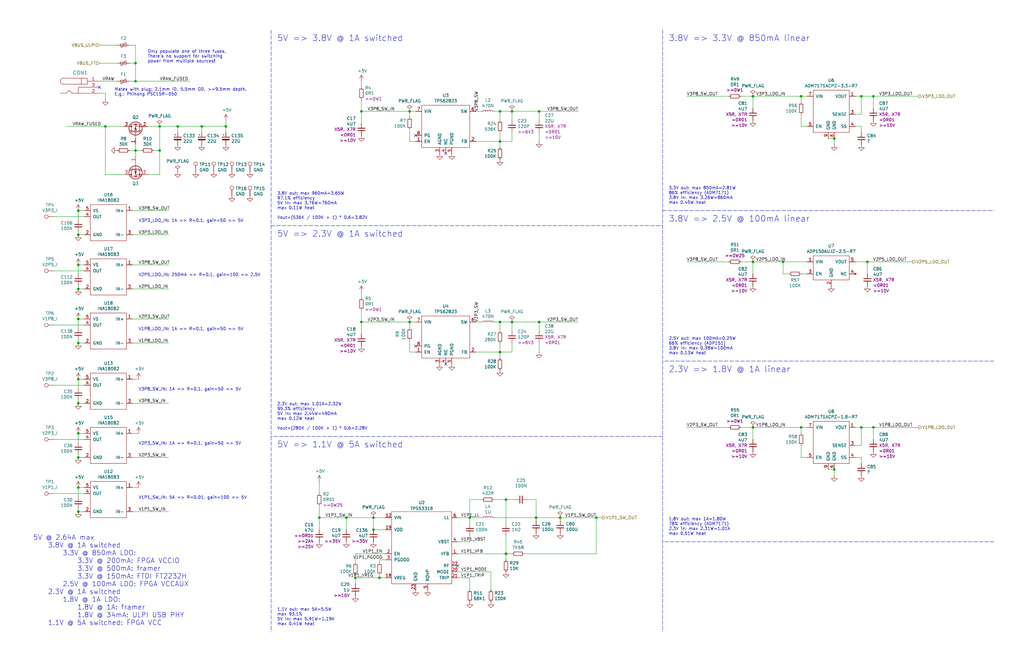
<source format=kicad_sch>
(kicad_sch (version 20210621) (generator eeschema)
  (paper "B")
  (title_block (title "Tedium X8") (date "2020-03-13") (rev "20200313") (company "ShareBrained Technology, Inc.") (comment 1 "Copyright (C) 2020 Jared Boone") (comment 2 "Licensed under CERN-OHL-P v2"))
  (junction (at 33.02 88.9) (diameter 0.9144))
  (junction (at 33.02 99.06) (diameter 0.9144))
  (junction (at 33.02 111.76) (diameter 0.9144))
  (junction (at 33.02 121.92) (diameter 0.9144))
  (junction (at 33.02 134.62) (diameter 0.9144))
  (junction (at 33.02 144.78) (diameter 0.9144))
  (junction (at 33.02 160.02) (diameter 0.9144))
  (junction (at 33.02 170.18) (diameter 0.9144))
  (junction (at 33.02 182.88) (diameter 0.9144))
  (junction (at 33.02 193.04) (diameter 0.9144))
  (junction (at 33.02 205.74) (diameter 0.9144))
  (junction (at 33.02 215.9) (diameter 0.9144))
  (junction (at 44.45 53.34) (diameter 0.9144))
  (junction (at 57.15 26.67) (diameter 0.9144))
  (junction (at 57.15 34.29) (diameter 0.9144))
  (junction (at 57.15 63.5) (diameter 0.9144))
  (junction (at 67.31 53.34) (diameter 0.9144))
  (junction (at 67.31 63.5) (diameter 0.9144))
  (junction (at 74.93 53.34) (diameter 0.9144))
  (junction (at 85.09 53.34) (diameter 0.9144))
  (junction (at 95.25 53.34) (diameter 0.9144))
  (junction (at 134.62 218.44) (diameter 0.9144))
  (junction (at 146.05 218.44) (diameter 0.9144))
  (junction (at 149.86 243.84) (diameter 0.9144))
  (junction (at 152.4 46.99) (diameter 0.9144))
  (junction (at 152.4 135.89) (diameter 0.9144))
  (junction (at 157.48 218.44) (diameter 0.9144))
  (junction (at 157.48 223.52) (diameter 0.9144))
  (junction (at 160.02 243.84) (diameter 0.9144))
  (junction (at 172.72 46.99) (diameter 0.9144))
  (junction (at 172.72 135.89) (diameter 0.9144))
  (junction (at 198.12 218.44) (diameter 0.9144))
  (junction (at 210.82 46.99) (diameter 0.9144))
  (junction (at 210.82 59.69) (diameter 0.9144))
  (junction (at 210.82 135.89) (diameter 0.9144))
  (junction (at 210.82 148.59) (diameter 0.9144))
  (junction (at 213.36 210.82) (diameter 0.9144))
  (junction (at 213.36 233.68) (diameter 0.9144))
  (junction (at 215.9 46.99) (diameter 0.9144))
  (junction (at 215.9 135.89) (diameter 0.9144))
  (junction (at 226.06 218.44) (diameter 0.9144))
  (junction (at 227.33 46.99) (diameter 0.9144))
  (junction (at 227.33 135.89) (diameter 0.9144))
  (junction (at 236.22 218.44) (diameter 0.9144))
  (junction (at 251.46 218.44) (diameter 0.9144))
  (junction (at 317.5 40.64) (diameter 0.9144))
  (junction (at 317.5 110.49) (diameter 0.9144))
  (junction (at 317.5 180.34) (diameter 0.9144))
  (junction (at 330.2 110.49) (diameter 0.9144))
  (junction (at 337.82 40.64) (diameter 0.9144))
  (junction (at 337.82 180.34) (diameter 0.9144))
  (junction (at 351.79 58.42) (diameter 0.9144))
  (junction (at 351.79 198.12) (diameter 0.9144))
  (junction (at 363.22 40.64) (diameter 0.9144))
  (junction (at 363.22 180.34) (diameter 0.9144))
  (junction (at 365.76 110.49) (diameter 0.9144))
  (junction (at 368.3 40.64) (diameter 0.9144))
  (junction (at 368.3 180.34) (diameter 0.9144))
  (no_connect (at 41.91 36.83))
  (no_connect (at 175.26 57.15))
  (no_connect (at 175.26 146.05))
  (no_connect (at 187.96 64.77))
  (no_connect (at 187.96 153.67))
  (no_connect (at 193.04 238.76))
  (wire (pts (xy 27.94 53.34) (xy 44.45 53.34)))
  (wire (pts (xy 33.02 88.9) (xy 33.02 92.71)))
  (wire (pts (xy 33.02 97.79) (xy 33.02 99.06)))
  (wire (pts (xy 33.02 111.76) (xy 33.02 115.57)))
  (wire (pts (xy 33.02 120.65) (xy 33.02 121.92)))
  (wire (pts (xy 33.02 134.62) (xy 33.02 138.43)))
  (wire (pts (xy 33.02 143.51) (xy 33.02 144.78)))
  (wire (pts (xy 33.02 160.02) (xy 33.02 163.83)))
  (wire (pts (xy 33.02 168.91) (xy 33.02 170.18)))
  (wire (pts (xy 33.02 182.88) (xy 33.02 186.69)))
  (wire (pts (xy 33.02 191.77) (xy 33.02 193.04)))
  (wire (pts (xy 33.02 205.74) (xy 33.02 209.55)))
  (wire (pts (xy 33.02 214.63) (xy 33.02 215.9)))
  (wire (pts (xy 35.56 88.9) (xy 33.02 88.9)))
  (wire (pts (xy 35.56 91.44) (xy 22.86 91.44)))
  (wire (pts (xy 35.56 99.06) (xy 33.02 99.06)))
  (wire (pts (xy 35.56 111.76) (xy 33.02 111.76)))
  (wire (pts (xy 35.56 114.3) (xy 22.86 114.3)))
  (wire (pts (xy 35.56 121.92) (xy 33.02 121.92)))
  (wire (pts (xy 35.56 134.62) (xy 33.02 134.62)))
  (wire (pts (xy 35.56 137.16) (xy 22.86 137.16)))
  (wire (pts (xy 35.56 144.78) (xy 33.02 144.78)))
  (wire (pts (xy 35.56 160.02) (xy 33.02 160.02)))
  (wire (pts (xy 35.56 162.56) (xy 22.86 162.56)))
  (wire (pts (xy 35.56 170.18) (xy 33.02 170.18)))
  (wire (pts (xy 35.56 182.88) (xy 33.02 182.88)))
  (wire (pts (xy 35.56 185.42) (xy 22.86 185.42)))
  (wire (pts (xy 35.56 193.04) (xy 33.02 193.04)))
  (wire (pts (xy 35.56 205.74) (xy 33.02 205.74)))
  (wire (pts (xy 35.56 208.28) (xy 22.86 208.28)))
  (wire (pts (xy 35.56 215.9) (xy 33.02 215.9)))
  (wire (pts (xy 41.91 19.05) (xy 49.53 19.05)))
  (wire (pts (xy 41.91 26.67) (xy 49.53 26.67)))
  (wire (pts (xy 41.91 34.29) (xy 49.53 34.29)))
  (wire (pts (xy 41.91 39.37) (xy 44.45 39.37)))
  (wire (pts (xy 44.45 39.37) (xy 44.45 41.91)))
  (wire (pts (xy 44.45 53.34) (xy 44.45 73.66)))
  (wire (pts (xy 44.45 73.66) (xy 52.07 73.66)))
  (wire (pts (xy 52.07 53.34) (xy 44.45 53.34)))
  (wire (pts (xy 54.61 19.05) (xy 57.15 19.05)))
  (wire (pts (xy 54.61 26.67) (xy 57.15 26.67)))
  (wire (pts (xy 54.61 34.29) (xy 57.15 34.29)))
  (wire (pts (xy 54.61 63.5) (xy 57.15 63.5)))
  (wire (pts (xy 55.88 88.9) (xy 71.12 88.9)))
  (wire (pts (xy 55.88 99.06) (xy 71.12 99.06)))
  (wire (pts (xy 55.88 111.76) (xy 71.12 111.76)))
  (wire (pts (xy 55.88 121.92) (xy 71.12 121.92)))
  (wire (pts (xy 55.88 134.62) (xy 71.12 134.62)))
  (wire (pts (xy 55.88 144.78) (xy 71.12 144.78)))
  (wire (pts (xy 55.88 160.02) (xy 58.42 160.02)))
  (wire (pts (xy 55.88 170.18) (xy 71.12 170.18)))
  (wire (pts (xy 55.88 182.88) (xy 58.42 182.88)))
  (wire (pts (xy 55.88 193.04) (xy 71.12 193.04)))
  (wire (pts (xy 55.88 205.74) (xy 58.42 205.74)))
  (wire (pts (xy 55.88 215.9) (xy 71.12 215.9)))
  (wire (pts (xy 57.15 19.05) (xy 57.15 26.67)))
  (wire (pts (xy 57.15 26.67) (xy 57.15 34.29)))
  (wire (pts (xy 57.15 34.29) (xy 80.01 34.29)))
  (wire (pts (xy 57.15 60.96) (xy 57.15 63.5)))
  (wire (pts (xy 57.15 63.5) (xy 57.15 66.04)))
  (wire (pts (xy 59.69 63.5) (xy 57.15 63.5)))
  (wire (pts (xy 62.23 73.66) (xy 67.31 73.66)))
  (wire (pts (xy 64.77 63.5) (xy 67.31 63.5)))
  (wire (pts (xy 67.31 53.34) (xy 62.23 53.34)))
  (wire (pts (xy 67.31 53.34) (xy 74.93 53.34)))
  (wire (pts (xy 67.31 63.5) (xy 67.31 53.34)))
  (wire (pts (xy 67.31 73.66) (xy 67.31 63.5)))
  (wire (pts (xy 74.93 53.34) (xy 74.93 55.88)))
  (wire (pts (xy 85.09 53.34) (xy 74.93 53.34)))
  (wire (pts (xy 85.09 53.34) (xy 85.09 55.88)))
  (wire (pts (xy 95.25 53.34) (xy 85.09 53.34)))
  (wire (pts (xy 95.25 53.34) (xy 95.25 50.8)))
  (wire (pts (xy 95.25 53.34) (xy 95.25 55.88)))
  (wire (pts (xy 134.62 203.2) (xy 134.62 208.28)))
  (wire (pts (xy 134.62 213.36) (xy 134.62 218.44)))
  (wire (pts (xy 134.62 218.44) (xy 146.05 218.44)))
  (wire (pts (xy 134.62 223.52) (xy 134.62 218.44)))
  (wire (pts (xy 146.05 223.52) (xy 146.05 218.44)))
  (wire (pts (xy 149.86 233.68) (xy 149.86 237.49)))
  (wire (pts (xy 149.86 242.57) (xy 149.86 243.84)))
  (wire (pts (xy 149.86 243.84) (xy 149.86 246.38)))
  (wire (pts (xy 152.4 34.29) (xy 152.4 36.83)))
  (wire (pts (xy 152.4 41.91) (xy 152.4 46.99)))
  (wire (pts (xy 152.4 46.99) (xy 152.4 52.07)))
  (wire (pts (xy 152.4 46.99) (xy 172.72 46.99)))
  (wire (pts (xy 152.4 123.19) (xy 152.4 125.73)))
  (wire (pts (xy 152.4 130.81) (xy 152.4 135.89)))
  (wire (pts (xy 152.4 135.89) (xy 152.4 140.97)))
  (wire (pts (xy 152.4 135.89) (xy 172.72 135.89)))
  (wire (pts (xy 157.48 218.44) (xy 146.05 218.44)))
  (wire (pts (xy 157.48 223.52) (xy 157.48 218.44)))
  (wire (pts (xy 160.02 236.22) (xy 160.02 237.49)))
  (wire (pts (xy 160.02 242.57) (xy 160.02 243.84)))
  (wire (pts (xy 160.02 243.84) (xy 149.86 243.84)))
  (wire (pts (xy 162.56 218.44) (xy 157.48 218.44)))
  (wire (pts (xy 162.56 223.52) (xy 157.48 223.52)))
  (wire (pts (xy 162.56 233.68) (xy 149.86 233.68)))
  (wire (pts (xy 162.56 236.22) (xy 160.02 236.22)))
  (wire (pts (xy 162.56 243.84) (xy 160.02 243.84)))
  (wire (pts (xy 172.72 46.99) (xy 172.72 49.53)))
  (wire (pts (xy 172.72 46.99) (xy 175.26 46.99)))
  (wire (pts (xy 172.72 59.69) (xy 172.72 54.61)))
  (wire (pts (xy 172.72 135.89) (xy 172.72 138.43)))
  (wire (pts (xy 172.72 135.89) (xy 175.26 135.89)))
  (wire (pts (xy 172.72 143.51) (xy 172.72 148.59)))
  (wire (pts (xy 175.26 59.69) (xy 172.72 59.69)))
  (wire (pts (xy 175.26 148.59) (xy 172.72 148.59)))
  (wire (pts (xy 193.04 218.44) (xy 198.12 218.44)))
  (wire (pts (xy 193.04 228.6) (xy 198.12 228.6)))
  (wire (pts (xy 193.04 241.3) (xy 207.01 241.3)))
  (wire (pts (xy 193.04 243.84) (xy 198.12 243.84)))
  (wire (pts (xy 198.12 218.44) (xy 198.12 210.82)))
  (wire (pts (xy 198.12 218.44) (xy 203.2 218.44)))
  (wire (pts (xy 198.12 220.98) (xy 198.12 218.44)))
  (wire (pts (xy 198.12 228.6) (xy 198.12 226.06)))
  (wire (pts (xy 198.12 243.84) (xy 198.12 248.92)))
  (wire (pts (xy 200.66 46.99) (xy 203.2 46.99)))
  (wire (pts (xy 200.66 59.69) (xy 210.82 59.69)))
  (wire (pts (xy 200.66 135.89) (xy 203.2 135.89)))
  (wire (pts (xy 200.66 148.59) (xy 210.82 148.59)))
  (wire (pts (xy 203.2 210.82) (xy 198.12 210.82)))
  (wire (pts (xy 207.01 241.3) (xy 207.01 248.92)))
  (wire (pts (xy 208.28 46.99) (xy 210.82 46.99)))
  (wire (pts (xy 208.28 135.89) (xy 210.82 135.89)))
  (wire (pts (xy 208.28 218.44) (xy 226.06 218.44)))
  (wire (pts (xy 210.82 46.99) (xy 210.82 50.8)))
  (wire (pts (xy 210.82 55.88) (xy 210.82 59.69)))
  (wire (pts (xy 210.82 59.69) (xy 210.82 62.23)))
  (wire (pts (xy 210.82 59.69) (xy 215.9 59.69)))
  (wire (pts (xy 210.82 135.89) (xy 210.82 139.7)))
  (wire (pts (xy 210.82 144.78) (xy 210.82 148.59)))
  (wire (pts (xy 210.82 148.59) (xy 210.82 151.13)))
  (wire (pts (xy 210.82 148.59) (xy 215.9 148.59)))
  (wire (pts (xy 213.36 210.82) (xy 208.28 210.82)))
  (wire (pts (xy 213.36 210.82) (xy 213.36 220.98)))
  (wire (pts (xy 213.36 226.06) (xy 213.36 233.68)))
  (wire (pts (xy 213.36 233.68) (xy 193.04 233.68)))
  (wire (pts (xy 213.36 236.22) (xy 213.36 233.68)))
  (wire (pts (xy 215.9 46.99) (xy 210.82 46.99)))
  (wire (pts (xy 215.9 46.99) (xy 227.33 46.99)))
  (wire (pts (xy 215.9 50.8) (xy 215.9 46.99)))
  (wire (pts (xy 215.9 59.69) (xy 215.9 55.88)))
  (wire (pts (xy 215.9 135.89) (xy 210.82 135.89)))
  (wire (pts (xy 215.9 135.89) (xy 227.33 135.89)))
  (wire (pts (xy 215.9 139.7) (xy 215.9 135.89)))
  (wire (pts (xy 215.9 148.59) (xy 215.9 144.78)))
  (wire (pts (xy 215.9 233.68) (xy 213.36 233.68)))
  (wire (pts (xy 217.17 210.82) (xy 213.36 210.82)))
  (wire (pts (xy 220.98 233.68) (xy 251.46 233.68)))
  (wire (pts (xy 226.06 210.82) (xy 222.25 210.82)))
  (wire (pts (xy 226.06 218.44) (xy 226.06 210.82)))
  (wire (pts (xy 226.06 218.44) (xy 226.06 219.71)))
  (wire (pts (xy 226.06 218.44) (xy 236.22 218.44)))
  (wire (pts (xy 227.33 46.99) (xy 227.33 50.8)))
  (wire (pts (xy 227.33 46.99) (xy 243.84 46.99)))
  (wire (pts (xy 227.33 55.88) (xy 227.33 59.69)))
  (wire (pts (xy 227.33 135.89) (xy 227.33 139.7)))
  (wire (pts (xy 227.33 144.78) (xy 227.33 148.59)))
  (wire (pts (xy 236.22 219.71) (xy 236.22 218.44)))
  (wire (pts (xy 243.84 135.89) (xy 227.33 135.89)))
  (wire (pts (xy 251.46 218.44) (xy 236.22 218.44)))
  (wire (pts (xy 251.46 218.44) (xy 254 218.44)))
  (wire (pts (xy 251.46 233.68) (xy 251.46 218.44)))
  (wire (pts (xy 289.56 40.64) (xy 307.34 40.64)))
  (wire (pts (xy 289.56 110.49) (xy 307.34 110.49)))
  (wire (pts (xy 289.56 180.34) (xy 307.34 180.34)))
  (wire (pts (xy 312.42 40.64) (xy 317.5 40.64)))
  (wire (pts (xy 312.42 110.49) (xy 317.5 110.49)))
  (wire (pts (xy 312.42 180.34) (xy 317.5 180.34)))
  (wire (pts (xy 317.5 40.64) (xy 317.5 45.72)))
  (wire (pts (xy 317.5 40.64) (xy 337.82 40.64)))
  (wire (pts (xy 317.5 110.49) (xy 317.5 115.57)))
  (wire (pts (xy 317.5 180.34) (xy 317.5 185.42)))
  (wire (pts (xy 330.2 110.49) (xy 317.5 110.49)))
  (wire (pts (xy 330.2 115.57) (xy 330.2 110.49)))
  (wire (pts (xy 332.74 115.57) (xy 330.2 115.57)))
  (wire (pts (xy 337.82 40.64) (xy 337.82 43.18)))
  (wire (pts (xy 337.82 40.64) (xy 340.36 40.64)))
  (wire (pts (xy 337.82 48.26) (xy 337.82 53.34)))
  (wire (pts (xy 337.82 53.34) (xy 340.36 53.34)))
  (wire (pts (xy 337.82 115.57) (xy 340.36 115.57)))
  (wire (pts (xy 337.82 180.34) (xy 317.5 180.34)))
  (wire (pts (xy 337.82 180.34) (xy 337.82 182.88)))
  (wire (pts (xy 337.82 187.96) (xy 337.82 193.04)))
  (wire (pts (xy 337.82 193.04) (xy 340.36 193.04)))
  (wire (pts (xy 340.36 110.49) (xy 330.2 110.49)))
  (wire (pts (xy 340.36 180.34) (xy 337.82 180.34)))
  (wire (pts (xy 349.25 58.42) (xy 351.79 58.42)))
  (wire (pts (xy 349.25 198.12) (xy 351.79 198.12)))
  (wire (pts (xy 351.79 60.96) (xy 351.79 58.42)))
  (wire (pts (xy 351.79 198.12) (xy 351.79 200.66)))
  (wire (pts (xy 360.68 40.64) (xy 363.22 40.64)))
  (wire (pts (xy 360.68 48.26) (xy 363.22 48.26)))
  (wire (pts (xy 360.68 53.34) (xy 363.22 53.34)))
  (wire (pts (xy 360.68 110.49) (xy 365.76 110.49)))
  (wire (pts (xy 360.68 180.34) (xy 363.22 180.34)))
  (wire (pts (xy 360.68 187.96) (xy 363.22 187.96)))
  (wire (pts (xy 360.68 193.04) (xy 363.22 193.04)))
  (wire (pts (xy 363.22 40.64) (xy 368.3 40.64)))
  (wire (pts (xy 363.22 48.26) (xy 363.22 40.64)))
  (wire (pts (xy 363.22 53.34) (xy 363.22 55.88)))
  (wire (pts (xy 363.22 180.34) (xy 368.3 180.34)))
  (wire (pts (xy 363.22 187.96) (xy 363.22 180.34)))
  (wire (pts (xy 363.22 193.04) (xy 363.22 195.58)))
  (wire (pts (xy 365.76 110.49) (xy 365.76 115.57)))
  (wire (pts (xy 365.76 110.49) (xy 384.81 110.49)))
  (wire (pts (xy 368.3 40.64) (xy 368.3 45.72)))
  (wire (pts (xy 368.3 40.64) (xy 387.35 40.64)))
  (wire (pts (xy 368.3 180.34) (xy 368.3 185.42)))
  (wire (pts (xy 368.3 180.34) (xy 387.35 180.34)))
  (polyline (pts (xy 114.3 12.7) (xy 114.3 266.7)) (stroke (width 0) (type dash)))
  (polyline (pts (xy 114.3 95.25) (xy 279.4 95.25)) (stroke (width 0) (type dash)))
  (polyline (pts (xy 279.4 12.7) (xy 279.4 266.7)) (stroke (width 0) (type dash)))
  (polyline (pts (xy 279.4 88.9) (xy 419.1 88.9)) (stroke (width 0) (type dash)))
  (polyline (pts (xy 279.4 184.15) (xy 114.3 184.15)) (stroke (width 0) (type dash)))
  (polyline (pts (xy 419.1 152.4) (xy 279.4 152.4)) (stroke (width 0) (type dash)))
  (polyline (pts (xy 419.1 228.6) (xy 279.4 228.6)) (stroke (width 0) (type dash)))
  (text "5V @ 2.64A max\n    3.8V @ 1A switched\n        3.3V @ 850mA LDO:\n            3.3V @ 200mA: FPGA VCCIO\n            3.3V @ 500mA: framer\n            3.3V @ 150mA: FTDI FT2232H\n        2.5V @ 100mA LDO: FPGA VCCAUX\n    2.3V @ 1A switched\n        1.8V @ 1A LDO:\n            1.8V @ 1A: framer\n            1.8V @ 34mA: ULPI USB PHY\n    1.1V @ 5A switched: FPGA VCC" (at 13.97 264.16 0) (effects (font (size 2.032 2.032)) (justify left bottom)))
  (text "Mates with plug: 2.1mm ID, 5.5mm OD, >=9.5mm depth.\nE.g.: Phihong PSC15R-050" (at 48.26 40.64 0) (effects (font (size 1.27 1.27)) (justify left bottom)))
  (text "V3P3_LDO_IN: 1A => R=0.1, gain=50 => 5V" (at 58.42 93.98 0) (effects (font (size 1.27 1.27)) (justify left bottom)))
  (text "V2P5_LDO_IN: 250mA => R=0.1, gain=100 => 2.5V" (at 58.42 116.84 0) (effects (font (size 1.27 1.27)) (justify left bottom)))
  (text "V1P8_LDO_IN: 1A => R=0.1, gain=50 => 5V" (at 58.42 139.7 0) (effects (font (size 1.27 1.27)) (justify left bottom)))
  (text "V3P8_SW_IN: 1A => R=0.1, gain=50 => 5V" (at 58.42 165.1 0) (effects (font (size 1.27 1.27)) (justify left bottom)))
  (text "V2P3_SW_IN: 1A => R=0.1, gain=50 => 5V" (at 58.42 187.96 0) (effects (font (size 1.27 1.27)) (justify left bottom)))
  (text "V1P1_SW_IN: 5A => R=0.01, gain=100 => 5V" (at 58.42 210.82 0) (effects (font (size 1.27 1.27)) (justify left bottom)))
  (text "Only populate one of three fuses.\nThere's no support for switching\npower from multiple sources!" (at 62.23 26.67 0) (effects (font (size 1.27 1.27)) (justify left bottom)))
  (text "5V => 3.8V @ 1A switched" (at 116.84 17.78 0) (effects (font (size 2.54 2.54)) (justify left bottom)))
  (text "3.8V out: max 960mA=3.65W\n97.1% efficiency\n5V in: max 3.76W=760mA\nmax 0.11W heat\n\nVout=(536K / 100K + 1) * 0.6=3.82V" (at 116.84 92.71 0) (effects (font (size 1.27 1.27)) (justify left bottom)))
  (text "5V => 2.3V @ 1A switched" (at 116.84 100.33 0) (effects (font (size 2.54 2.54)) (justify left bottom)))
  (text "2.3V out: max 1.01A=2.32W\n95.3% efficiency\n5V in: max 2.44W=490mA\nmax 0.12W heat\n\nVout=(280K / 100K + 1) * 0.6=2.28V" (at 116.84 181.61 0) (effects (font (size 1.27 1.27)) (justify left bottom)))
  (text "5V => 1.1V @ 5A switched" (at 116.84 189.23 0) (effects (font (size 2.54 2.54)) (justify left bottom)))
  (text "1.1V out: max 5A=5.5W\nmax 93.1%\n5V in: max 5.91W=1.19A\nmax 0.41W heat" (at 116.84 264.16 0) (effects (font (size 1.27 1.27)) (justify left bottom)))
  (text "3.8V => 3.3V @ 850mA linear" (at 281.94 17.78 0) (effects (font (size 2.54 2.54)) (justify left bottom)))
  (text "3.3V out: max 850mA=2.81W\n86% efficiency (ADM7171)\n3.8V in: max 3.26W=860mA\nmax 0.45W heat" (at 281.94 86.36 0) (effects (font (size 1.27 1.27)) (justify left bottom)))
  (text "3.8V => 2.5V @ 100mA linear" (at 281.94 93.98 0) (effects (font (size 2.54 2.54)) (justify left bottom)))
  (text "2.5V out: max 100mA=0.25W\n66% efficiency (ADP151)\n3.8V in: max 0.38W=100mA\nmax 0.13W heat" (at 281.94 149.86 0) (effects (font (size 1.27 1.27)) (justify left bottom)))
  (text "2.3V => 1.8V @ 1A linear" (at 281.94 157.48 0) (effects (font (size 2.54 2.54)) (justify left bottom)))
  (text "1.8V out: max 1A=1.80W\n78% efficiency (ADM7171)\n2.3V in: max 2.31W=1.01A\nmax 0.51W heat" (at 281.94 226.06 0) (effects (font (size 1.27 1.27)) (justify left bottom)))
  (label "VRAW_FUSED" (at 30.48 53.34 0))
  (label "VRAW" (at 43.18 34.29 0))
  (label "V3P8_SW_OUT" (at 58.42 88.9 0))
  (label "V3P3_LDO_IN" (at 58.42 99.06 0))
  (label "V3P8_SW_OUT" (at 58.42 111.76 0))
  (label "V2P5_LDO_IN" (at 58.42 121.92 0))
  (label "V2P3_SW_OUT" (at 58.42 134.62 0))
  (label "V1P8_LDO_IN" (at 58.42 144.78 0))
  (label "V3P8_SW_IN" (at 58.42 170.18 0))
  (label "V2P3_SW_IN" (at 58.42 193.04 0))
  (label "V1P1_SW_IN" (at 58.42 215.9 0))
  (label "VRAW_FUSED" (at 67.31 34.29 0))
  (label "V1P1_SW_IN" (at 137.16 218.44 0))
  (label "V3P8_SW_IN" (at 154.94 46.99 0))
  (label "V2P3_SW_IN" (at 154.94 135.89 0))
  (label "V1P1_VREG" (at 157.48 243.84 180))
  (label "V1P1_EN" (at 161.29 233.68 180))
  (label "V1P1_PGOOD" (at 161.29 236.22 180))
  (label "V1P1_LL" (at 194.31 218.44 0))
  (label "V1P1_VBST" (at 194.31 228.6 0))
  (label "V1P1_VFB" (at 194.31 233.68 0))
  (label "V1P1_MODE" (at 194.31 241.3 0))
  (label "V1P1_TRIP" (at 194.31 243.84 0))
  (label "V3P8_SW" (at 201.93 46.99 90))
  (label "V2P3_SW" (at 201.93 135.89 90))
  (label "V3P8_SW_OUT" (at 243.84 46.99 180))
  (label "V2P3_SW_OUT" (at 243.84 135.89 180))
  (label "V1P1_SW_OUT" (at 251.46 218.44 180))
  (label "V3P8_SW_OUT" (at 289.56 40.64 0))
  (label "V3P8_SW_OUT" (at 289.56 110.49 0))
  (label "V2P3_SW_OUT" (at 289.56 180.34 0))
  (label "V3P3_LDO_IN" (at 318.77 40.64 0))
  (label "V2P5_LDO_IN" (at 318.77 110.49 0))
  (label "V1P8_LDO_IN" (at 318.77 180.34 0))
  (label "V2P5_LDO_OUT" (at 382.27 110.49 180))
  (label "V3P3_LDO_OUT" (at 384.81 40.64 180))
  (label "V1P8_LDO_OUT" (at 384.81 180.34 180))
  (hierarchical_label "VBUS_ULPI" (shape input) (at 41.91 19.05 180))
  (hierarchical_label "VBUS_FT" (shape input) (at 41.91 26.67 180))
  (hierarchical_label "V1P1_SW_OUT" (shape output) (at 254 218.44 0))
  (hierarchical_label "V2P5_LDO_OUT" (shape output) (at 384.81 110.49 0))
  (hierarchical_label "V3P3_LDO_OUT" (shape output) (at 387.35 40.64 0))
  (hierarchical_label "V1P8_LDO_OUT" (shape output) (at 387.35 180.34 0))
  (symbol (lib_id "power:+5V") (at 33.02 88.9 0)
    (property "Reference" "#PWR0234" (effects hide))
    (property "Value" "+5V" (at 33.401 84.5058 0))
  )
  (symbol (lib_id "power:+5V") (at 33.02 111.76 0)
    (property "Reference" "#PWR0236" (effects hide))
    (property "Value" "+5V" (at 33.401 107.3658 0))
  )
  (symbol (lib_id "power:+5V") (at 33.02 134.62 0)
    (property "Reference" "#PWR0238" (effects hide))
    (property "Value" "+5V" (at 33.401 130.2258 0))
  )
  (symbol (lib_id "power:+5V") (at 33.02 160.02 0)
    (property "Reference" "#PWR05" (effects hide))
    (property "Value" "+5V" (at 33.401 155.6258 0))
  )
  (symbol (lib_id "power:+5V") (at 33.02 182.88 0)
    (property "Reference" "#PWR024" (effects hide))
    (property "Value" "+5V" (at 33.401 178.4858 0))
  )
  (symbol (lib_id "power:+5V") (at 33.02 205.74 0)
    (property "Reference" "#PWR0231" (effects hide))
    (property "Value" "+5V" (at 33.401 201.3458 0))
  )
  (symbol (lib_id "power:+5V") (at 58.42 160.02 0)
    (property "Reference" "#PWR026" (effects hide))
    (property "Value" "+5V" (at 58.801 155.6258 0))
  )
  (symbol (lib_id "power:+5V") (at 58.42 182.88 0)
    (property "Reference" "#PWR027" (effects hide))
    (property "Value" "+5V" (at 58.801 178.4858 0))
  )
  (symbol (lib_id "power:+5V") (at 58.42 205.74 0)
    (property "Reference" "#PWR0232" (effects hide))
    (property "Value" "+5V" (at 58.801 201.3458 0))
  )
  (symbol (lib_id "power:+5V") (at 95.25 50.8 0)
    (property "Reference" "#PWR0179" (effects hide))
    (property "Value" "+5V" (at 95.631 46.4058 0))
  )
  (symbol (lib_id "power:+5V") (at 134.62 203.2 0)
    (property "Reference" "#PWR0144" (effects hide))
    (property "Value" "+5V" (at 135.001 198.8058 0))
  )
  (symbol (lib_id "power:+5V") (at 152.4 34.29 0)
    (property "Reference" "#PWR0176" (effects hide))
    (property "Value" "+5V" (at 152.781 29.8958 0))
  )
  (symbol (lib_id "power:+5V") (at 152.4 123.19 0)
    (property "Reference" "#PWR0161" (effects hide))
    (property "Value" "+5V" (at 152.781 118.7958 0))
  )
  (symbol (lib_id "Device:L_Small") (at 205.74 46.99 90)
    (property "Reference" "L2" (at 205.74 42.291 90))
    (property "Value" "470N" (at 205.74 44.6024 90))
    (property "Footprint" "wurth:WE-HCI_7050" (effects hide))
    (property "Datasheet" "https://www.we-online.de/katalog/datasheet/744314047.pdf" (effects hide))
    (property "Mfr" "Wurth" (effects hide))
    (property "Part" "744314047" (effects hide))
  )
  (symbol (lib_id "Device:L_Small") (at 205.74 135.89 90)
    (property "Reference" "L3" (at 205.74 131.191 90))
    (property "Value" "470N" (at 205.74 133.5024 90))
    (property "Footprint" "wurth:WE-HCI_7050" (effects hide))
    (property "Datasheet" "https://www.we-online.de/katalog/datasheet/744314047.pdf" (effects hide))
    (property "Mfr" "Wurth" (effects hide))
    (property "Part" "744314047" (effects hide))
  )
  (symbol (lib_id "Device:L_Small") (at 205.74 218.44 90)
    (property "Reference" "L4" (at 205.74 213.741 90))
    (property "Value" "1U" (at 205.74 216.0524 90))
    (property "Footprint" "coilcraft:SER1590" (effects hide))
    (property "Datasheet" "https://www.coilcraft.com/pdfs/ser1590.pdf" (effects hide))
    (property "Mfr" "Coilcraft" (effects hide))
    (property "Part" "SER1590-102ML" (effects hide))
  )
  (symbol (lib_id "power:PWR_FLAG") (at 67.31 53.34 0) (unit 1)
    (property "Reference" "#FLG0106" (effects hide))
    (property "Value" "PWR_FLAG" (at 67.31 48.9458 0))
  )
  (symbol (lib_id "power:PWR_FLAG") (at 74.93 72.39 0) (unit 1)
    (property "Reference" "#FLG0103" (effects hide))
    (property "Value" "PWR_FLAG" (at 74.93 67.9958 0))
  )
  (symbol (lib_id "power:PWR_FLAG") (at 157.48 218.44 0) (unit 1)
    (property "Reference" "#FLG0109" (effects hide))
    (property "Value" "PWR_FLAG" (at 157.48 214.0458 0))
  )
  (symbol (lib_id "power:PWR_FLAG") (at 172.72 46.99 0) (unit 1)
    (property "Reference" "#FLG0110" (effects hide))
    (property "Value" "PWR_FLAG" (at 172.72 42.5958 0))
  )
  (symbol (lib_id "power:PWR_FLAG") (at 172.72 135.89 0) (unit 1)
    (property "Reference" "#FLG0108" (effects hide))
    (property "Value" "PWR_FLAG" (at 172.72 131.4958 0))
  )
  (symbol (lib_id "power:PWR_FLAG") (at 215.9 46.99 0) (unit 1)
    (property "Reference" "#FLG0101" (effects hide))
    (property "Value" "PWR_FLAG" (at 215.9 42.5958 0))
  )
  (symbol (lib_id "power:PWR_FLAG") (at 215.9 135.89 0) (unit 1)
    (property "Reference" "#FLG0102" (effects hide))
    (property "Value" "PWR_FLAG" (at 215.9 131.4958 0))
  )
  (symbol (lib_id "power:PWR_FLAG") (at 236.22 218.44 0) (unit 1)
    (property "Reference" "#FLG0107" (effects hide))
    (property "Value" "PWR_FLAG" (at 236.22 214.0458 0))
  )
  (symbol (lib_id "power:PWR_FLAG") (at 317.5 40.64 0) (unit 1)
    (property "Reference" "#FLG0111" (effects hide))
    (property "Value" "PWR_FLAG" (at 317.5 36.2458 0))
  )
  (symbol (lib_id "power:PWR_FLAG") (at 317.5 110.49 0) (unit 1)
    (property "Reference" "#FLG0112" (effects hide))
    (property "Value" "PWR_FLAG" (at 317.5 106.0958 0))
  )
  (symbol (lib_id "power:PWR_FLAG") (at 317.5 180.34 0) (unit 1)
    (property "Reference" "#FLG0113" (effects hide))
    (property "Value" "PWR_FLAG" (at 317.5 175.9458 0))
  )
  (symbol (lib_id "Connector:TestPoint") (at 22.86 91.44 90) (unit 1)
    (property "Reference" "TP4" (at 21.0312 86.487 90))
    (property "Value" "V3P3_I" (at 21.0312 88.7984 90))
    (property "Footprint" "tp:TP_1MM" (effects hide))
  )
  (symbol (lib_id "Connector:TestPoint") (at 22.86 114.3 90) (unit 1)
    (property "Reference" "TP5" (at 21.0312 109.347 90))
    (property "Value" "V2P5_I" (at 21.0312 111.6584 90))
    (property "Footprint" "tp:TP_1MM" (effects hide))
  )
  (symbol (lib_id "Connector:TestPoint") (at 22.86 137.16 90) (unit 1)
    (property "Reference" "TP6" (at 21.0312 132.207 90))
    (property "Value" "V1P8_I" (at 21.0312 134.5184 90))
    (property "Footprint" "tp:TP_1MM" (effects hide))
  )
  (symbol (lib_id "Connector:TestPoint") (at 22.86 162.56 90) (unit 1)
    (property "Reference" "TP2" (at 21.0312 157.607 90))
    (property "Value" "V3P8_I" (at 21.0312 159.9184 90))
    (property "Footprint" "tp:TP_1MM" (effects hide))
  )
  (symbol (lib_id "Connector:TestPoint") (at 22.86 185.42 90) (unit 1)
    (property "Reference" "TP3" (at 21.0312 180.467 90))
    (property "Value" "V2P3_I" (at 21.0312 182.7784 90))
    (property "Footprint" "tp:TP_1MM" (effects hide))
  )
  (symbol (lib_id "Connector:TestPoint") (at 22.86 208.28 90) (unit 1)
    (property "Reference" "TP1" (at 21.0312 203.327 90))
    (property "Value" "V1P1_I" (at 21.0312 205.6384 90))
    (property "Footprint" "tp:TP_1MM" (effects hide))
  )
  (symbol (lib_id "Connector:TestPoint") (at 82.55 72.39 0) (unit 1)
    (property "Reference" "TP11" (at 84.0232 69.3928 0) (effects (justify left)))
    (property "Value" "GND" (at 84.0232 71.7042 0) (effects (justify left)))
    (property "Footprint" "tp:TP_1MM" (effects hide))
  )
  (symbol (lib_id "Connector:TestPoint") (at 90.17 72.39 0) (unit 1)
    (property "Reference" "TP12" (at 91.6432 69.3928 0) (effects (justify left)))
    (property "Value" "GND" (at 91.6432 71.7042 0) (effects (justify left)))
    (property "Footprint" "tp:TP_1MM" (effects hide))
  )
  (symbol (lib_id "Connector:TestPoint") (at 97.79 72.39 0) (unit 1)
    (property "Reference" "TP13" (at 99.2632 69.3928 0) (effects (justify left)))
    (property "Value" "GND" (at 99.2632 71.7042 0) (effects (justify left)))
    (property "Footprint" "tp:TP_1MM" (effects hide))
  )
  (symbol (lib_id "Connector:TestPoint") (at 97.79 82.55 0) (unit 1)
    (property "Reference" "TP16" (at 99.2632 79.5528 0) (effects (justify left)))
    (property "Value" "GND" (at 99.2632 81.8642 0) (effects (justify left)))
    (property "Footprint" "tp:TP_1MM" (effects hide))
  )
  (symbol (lib_id "Connector:TestPoint") (at 105.41 72.39 0) (unit 1)
    (property "Reference" "TP14" (at 106.8832 69.3928 0) (effects (justify left)))
    (property "Value" "GND" (at 106.8832 71.7042 0) (effects (justify left)))
    (property "Footprint" "tp:TP_1MM" (effects hide))
  )
  (symbol (lib_id "Connector:TestPoint") (at 105.41 82.55 0) (unit 1)
    (property "Reference" "TP15" (at 106.8832 79.5528 0) (effects (justify left)))
    (property "Value" "GND" (at 106.8832 81.8642 0) (effects (justify left)))
    (property "Footprint" "tp:TP_1MM" (effects hide))
  )
  (symbol (lib_id "power:GND") (at 33.02 99.06 0)
    (property "Reference" "#PWR0233" (effects hide))
    (property "Value" "GND" (effects hide))
  )
  (symbol (lib_id "power:GND") (at 33.02 121.92 0)
    (property "Reference" "#PWR0235" (effects hide))
    (property "Value" "GND" (effects hide))
  )
  (symbol (lib_id "power:GND") (at 33.02 144.78 0)
    (property "Reference" "#PWR0237" (effects hide))
    (property "Value" "GND" (effects hide))
  )
  (symbol (lib_id "power:GND") (at 33.02 170.18 0)
    (property "Reference" "#PWR017" (effects hide))
    (property "Value" "GND" (effects hide))
  )
  (symbol (lib_id "power:GND") (at 33.02 193.04 0)
    (property "Reference" "#PWR025" (effects hide))
    (property "Value" "GND" (effects hide))
  )
  (symbol (lib_id "power:GND") (at 33.02 215.9 0)
    (property "Reference" "#PWR0230" (effects hide))
    (property "Value" "GND" (effects hide))
  )
  (symbol (lib_id "power:GND") (at 44.45 41.91 0)
    (property "Reference" "#PWR0224" (effects hide))
    (property "Value" "GND" (effects hide))
  )
  (symbol (lib_id "power:GND") (at 49.53 63.5 270)
    (property "Reference" "#PWR0155" (effects hide))
    (property "Value" "GND" (effects hide))
  )
  (symbol (lib_id "power:GND") (at 74.93 60.96 0)
    (property "Reference" "#PWR0223" (effects hide))
    (property "Value" "GND" (effects hide))
  )
  (symbol (lib_id "power:GND") (at 74.93 72.39 0)
    (property "Reference" "#PWR0229" (effects hide))
    (property "Value" "GND" (effects hide))
  )
  (symbol (lib_id "power:GND") (at 82.55 72.39 0)
    (property "Reference" "#PWR028" (effects hide))
    (property "Value" "GND" (effects hide))
  )
  (symbol (lib_id "power:GND") (at 85.09 60.96 0)
    (property "Reference" "#PWR0222" (effects hide))
    (property "Value" "GND" (effects hide))
  )
  (symbol (lib_id "power:GND") (at 90.17 72.39 0)
    (property "Reference" "#PWR029" (effects hide))
    (property "Value" "GND" (effects hide))
  )
  (symbol (lib_id "power:GND") (at 95.25 60.96 0)
    (property "Reference" "#PWR0221" (effects hide))
    (property "Value" "GND" (effects hide))
  )
  (symbol (lib_id "power:GND") (at 97.79 72.39 0)
    (property "Reference" "#PWR030" (effects hide))
    (property "Value" "GND" (effects hide))
  )
  (symbol (lib_id "power:GND") (at 97.79 82.55 0)
    (property "Reference" "#PWR0241" (effects hide))
    (property "Value" "GND" (effects hide))
  )
  (symbol (lib_id "power:GND") (at 105.41 72.39 0)
    (property "Reference" "#PWR031" (effects hide))
    (property "Value" "GND" (effects hide))
  )
  (symbol (lib_id "power:GND") (at 105.41 82.55 0)
    (property "Reference" "#PWR0240" (effects hide))
    (property "Value" "GND" (effects hide))
  )
  (symbol (lib_id "power:GND") (at 134.62 228.6 0)
    (property "Reference" "#PWR0138" (effects hide))
    (property "Value" "GND" (effects hide))
  )
  (symbol (lib_id "power:GND") (at 146.05 228.6 0)
    (property "Reference" "#PWR0136" (effects hide))
    (property "Value" "GND" (effects hide))
  )
  (symbol (lib_id "power:GND") (at 149.86 251.46 0)
    (property "Reference" "#PWR0118" (effects hide))
    (property "Value" "GND" (effects hide))
  )
  (symbol (lib_id "power:GND") (at 152.4 57.15 0)
    (property "Reference" "#PWR0175" (effects hide))
    (property "Value" "GND" (effects hide))
  )
  (symbol (lib_id "power:GND") (at 152.4 146.05 0)
    (property "Reference" "#PWR0160" (effects hide))
    (property "Value" "GND" (effects hide))
  )
  (symbol (lib_id "power:GND") (at 157.48 228.6 0)
    (property "Reference" "#PWR0140" (effects hide))
    (property "Value" "GND" (effects hide))
  )
  (symbol (lib_id "power:GND") (at 175.26 248.92 0)
    (property "Reference" "#PWR0111" (effects hide))
    (property "Value" "GND" (effects hide))
  )
  (symbol (lib_id "power:GND") (at 180.34 248.92 0)
    (property "Reference" "#PWR0109" (effects hide))
    (property "Value" "GND" (effects hide))
  )
  (symbol (lib_id "power:GND") (at 185.42 64.77 0)
    (property "Reference" "#PWR0173" (effects hide))
    (property "Value" "GND" (effects hide))
  )
  (symbol (lib_id "power:GND") (at 185.42 153.67 0)
    (property "Reference" "#PWR0158" (effects hide))
    (property "Value" "GND" (effects hide))
  )
  (symbol (lib_id "power:GND") (at 190.5 64.77 0)
    (property "Reference" "#PWR0174" (effects hide))
    (property "Value" "GND" (effects hide))
  )
  (symbol (lib_id "power:GND") (at 190.5 153.67 0)
    (property "Reference" "#PWR0159" (effects hide))
    (property "Value" "GND" (effects hide))
  )
  (symbol (lib_id "power:GND") (at 198.12 254 0) (mirror y)
    (property "Reference" "#PWR0120" (effects hide))
    (property "Value" "GND" (effects hide))
  )
  (symbol (lib_id "power:GND") (at 207.01 254 0) (mirror y)
    (property "Reference" "#PWR0126" (effects hide))
    (property "Value" "GND" (effects hide))
  )
  (symbol (lib_id "power:GND") (at 210.82 67.31 0)
    (property "Reference" "#PWR0171" (effects hide))
    (property "Value" "GND" (effects hide))
  )
  (symbol (lib_id "power:GND") (at 210.82 156.21 0)
    (property "Reference" "#PWR0157" (effects hide))
    (property "Value" "GND" (effects hide))
  )
  (symbol (lib_id "power:GND") (at 213.36 241.3 0)
    (property "Reference" "#PWR0128" (effects hide))
    (property "Value" "GND" (effects hide))
  )
  (symbol (lib_id "power:GND") (at 226.06 224.79 0)
    (property "Reference" "#PWR0107" (effects hide))
    (property "Value" "GND" (effects hide))
  )
  (symbol (lib_id "power:GND") (at 227.33 59.69 0)
    (property "Reference" "#PWR0220" (effects hide))
    (property "Value" "GND" (effects hide))
  )
  (symbol (lib_id "power:GND") (at 227.33 148.59 0)
    (property "Reference" "#PWR0225" (effects hide))
    (property "Value" "GND" (effects hide))
  )
  (symbol (lib_id "power:GND") (at 236.22 224.79 0)
    (property "Reference" "#PWR0134" (effects hide))
    (property "Value" "GND" (effects hide))
  )
  (symbol (lib_id "power:GND") (at 317.5 50.8 0)
    (property "Reference" "#PWR0165" (effects hide))
    (property "Value" "GND" (effects hide))
  )
  (symbol (lib_id "power:GND") (at 317.5 120.65 0)
    (property "Reference" "#PWR0178" (effects hide))
    (property "Value" "GND" (effects hide))
  )
  (symbol (lib_id "power:GND") (at 317.5 190.5 0)
    (property "Reference" "#PWR0156" (effects hide))
    (property "Value" "GND" (effects hide))
  )
  (symbol (lib_id "power:GND") (at 350.52 120.65 0)
    (property "Reference" "#PWR0168" (effects hide))
    (property "Value" "GND" (effects hide))
  )
  (symbol (lib_id "power:GND") (at 351.79 60.96 0)
    (property "Reference" "#PWR0164" (effects hide))
    (property "Value" "GND" (effects hide))
  )
  (symbol (lib_id "power:GND") (at 351.79 200.66 0)
    (property "Reference" "#PWR0147" (effects hide))
    (property "Value" "GND" (effects hide))
  )
  (symbol (lib_id "power:GND") (at 363.22 60.96 0)
    (property "Reference" "#PWR0163" (effects hide))
    (property "Value" "GND" (effects hide))
  )
  (symbol (lib_id "power:GND") (at 363.22 200.66 0)
    (property "Reference" "#PWR0146" (effects hide))
    (property "Value" "GND" (effects hide))
  )
  (symbol (lib_id "power:GND") (at 365.76 120.65 0)
    (property "Reference" "#PWR0169" (effects hide))
    (property "Value" "GND" (effects hide))
  )
  (symbol (lib_id "power:GND") (at 368.3 50.8 0)
    (property "Reference" "#PWR0166" (effects hide))
    (property "Value" "GND" (effects hide))
  )
  (symbol (lib_id "power:GND") (at 368.3 190.5 0)
    (property "Reference" "#PWR0148" (effects hide))
    (property "Value" "GND" (effects hide))
  )
  (symbol (lib_id "Device:R_Small") (at 52.07 63.5 90) (mirror x)
    (property "Reference" "R8" (at 52.07 58.5216 90))
    (property "Value" "30K" (at 52.07 60.833 90))
    (property "Footprint" "ipc_resc:IPC_RESC100X50X40L25N" (effects hide))
    (property "Mfr" "Yageo" (effects hide))
    (property "Part" "RC0402FR-0730KL" (effects hide))
  )
  (symbol (lib_id "Device:R_Small") (at 62.23 63.5 90) (mirror x)
    (property "Reference" "R10" (at 62.23 58.5216 90))
    (property "Value" "30K" (at 62.23 60.833 90))
    (property "Footprint" "ipc_resc:IPC_RESC100X50X40L25N" (effects hide))
    (property "Mfr" "Yageo" (effects hide))
    (property "Part" "RC0402FR-0730KL" (effects hide))
  )
  (symbol (lib_id "Device:R_Small") (at 134.62 210.82 180)
    (property "Reference" "R2" (at 136.1186 208.5086 0) (effects (justify right)))
    (property "Value" "0R01" (at 136.1186 210.82 0) (effects (justify right)))
    (property "Footprint" "ipc_resc:IPC_RESC320X160X89L51N" (effects hide))
    (property "P" ">=0W25" (at 136.1186 213.1314 0) (effects (justify right)))
    (property "Mfr" "Yageo" (effects hide))
    (property "Part" "RL1206FR-070R01L" (effects hide))
  )
  (symbol (lib_id "Device:R_Small") (at 149.86 240.03 0)
    (property "Reference" "R6" (at 148.3868 238.8616 0) (effects (justify right)))
    (property "Value" "100K" (at 148.3868 241.173 0) (effects (justify right)))
    (property "Footprint" "ipc_resc:IPC_RESC100X50X40L25N" (effects hide))
    (property "Mfr" "Yageo" (effects hide))
    (property "Part" "RC0402FR-07100KL" (effects hide))
  )
  (symbol (lib_id "Device:R_Small") (at 152.4 39.37 180)
    (property "Reference" "R4" (at 153.8986 37.0586 0) (effects (justify right)))
    (property "Value" "0R1" (at 153.8986 39.37 0) (effects (justify right)))
    (property "Footprint" "ipc_resc:IPC_RESC320X160X89L51N" (effects hide))
    (property "P" ">=0W1" (at 153.8986 41.6814 0) (effects (justify right)))
    (property "Mfr" "Yageo" (effects hide))
    (property "Part" "RL1206FR-070R1L" (effects hide))
  )
  (symbol (lib_id "Device:R_Small") (at 152.4 128.27 180)
    (property "Reference" "R5" (at 153.8986 125.9586 0) (effects (justify right)))
    (property "Value" "0R1" (at 153.8986 128.27 0) (effects (justify right)))
    (property "Footprint" "ipc_resc:IPC_RESC320X160X89L51N" (effects hide))
    (property "P" ">=0W1" (at 153.8986 130.5814 0) (effects (justify right)))
    (property "Mfr" "Yageo" (effects hide))
    (property "Part" "RL1206FR-070R1L" (effects hide))
  )
  (symbol (lib_id "Device:R_Small") (at 160.02 240.03 0)
    (property "Reference" "R3" (at 158.5468 238.8616 0) (effects (justify right)))
    (property "Value" "100K" (at 158.5468 241.173 0) (effects (justify right)))
    (property "Footprint" "ipc_resc:IPC_RESC100X50X40L25N" (effects hide))
    (property "Mfr" "Yageo" (effects hide))
    (property "Part" "RC0402FR-07100KL" (effects hide))
  )
  (symbol (lib_id "Device:R_Small") (at 172.72 52.07 0) (mirror x)
    (property "Reference" "R7" (at 171.2468 50.9016 0) (effects (justify right)))
    (property "Value" "100K" (at 171.2468 53.213 0) (effects (justify right)))
    (property "Footprint" "ipc_resc:IPC_RESC100X50X40L25N" (effects hide))
    (property "Mfr" "Yageo" (effects hide))
    (property "Part" "RC0402FR-07100KL" (effects hide))
  )
  (symbol (lib_id "Device:R_Small") (at 172.72 140.97 0) (mirror x)
    (property "Reference" "R9" (at 167.64 140.97 90))
    (property "Value" "100K" (at 170.18 140.97 90))
    (property "Footprint" "ipc_resc:IPC_RESC100X50X40L25N" (effects hide))
    (property "Mfr" "Yageo" (effects hide))
    (property "Part" "RC0402FR-07100KL" (effects hide))
  )
  (symbol (lib_id "Device:R_Small") (at 198.12 251.46 0)
    (property "Reference" "R11" (at 199.6186 250.2916 0) (effects (justify left)))
    (property "Value" "68K1" (at 199.6186 252.603 0) (effects (justify left)))
    (property "Footprint" "ipc_resc:IPC_RESC100X50X40L25N" (effects hide))
    (property "Mfr" "Yageo" (effects hide))
    (property "Part" "RC0402FR-0768K1L" (effects hide))
  )
  (symbol (lib_id "Device:R_Small") (at 205.74 210.82 90)
    (property "Reference" "R12" (at 205.74 205.8416 90))
    (property "Value" "432R" (at 205.74 208.153 90))
    (property "Footprint" "ipc_resc:IPC_RESC100X50X40L25N" (effects hide))
    (property "Mfr" "Yageo" (effects hide))
    (property "Part" "‎RC0402FR-07432RL‎" (effects hide))
  )
  (symbol (lib_id "Device:R_Small") (at 207.01 251.46 0) (mirror y)
    (property "Reference" "R23" (at 208.4832 250.2916 0) (effects (justify right)))
    (property "Value" "100K" (at 208.4832 252.603 0) (effects (justify right)))
    (property "Footprint" "ipc_resc:IPC_RESC100X50X40L25N" (effects hide))
    (property "Mfr" "Yageo" (effects hide))
    (property "Part" "RC0402FR-07100KL" (effects hide))
  )
  (symbol (lib_id "Device:R_Small") (at 210.82 53.34 0) (mirror x)
    (property "Reference" "R24" (at 209.3468 52.1716 0) (effects (justify right)))
    (property "Value" "536K" (at 209.3468 54.483 0) (effects (justify right)))
    (property "Footprint" "ipc_resc:IPC_RESC100X50X40L25N" (effects hide))
    (property "Mfr" "Yageo" (effects hide))
    (property "Part" "‎RC0402FR-07536KL‎" (effects hide))
  )
  (symbol (lib_id "Device:R_Small") (at 210.82 64.77 0) (mirror x)
    (property "Reference" "R25" (at 209.3468 63.6016 0) (effects (justify right)))
    (property "Value" "100K" (at 209.3468 65.913 0) (effects (justify right)))
    (property "Footprint" "ipc_resc:IPC_RESC100X50X40L25N" (effects hide))
    (property "Mfr" "Yageo" (effects hide))
    (property "Part" "RC0402FR-07100KL" (effects hide))
  )
  (symbol (lib_id "Device:R_Small") (at 210.82 142.24 0) (mirror x)
    (property "Reference" "R27" (at 209.3468 141.0716 0) (effects (justify right)))
    (property "Value" "280K" (at 209.3468 143.383 0) (effects (justify right)))
    (property "Footprint" "ipc_resc:IPC_RESC100X50X40L25N" (effects hide))
    (property "Mfr" "Yageo" (effects hide))
    (property "Part" "‎RC0402FR-07280KL‎" (effects hide))
  )
  (symbol (lib_id "Device:R_Small") (at 210.82 153.67 0) (mirror x)
    (property "Reference" "R28" (at 209.3468 152.5016 0) (effects (justify right)))
    (property "Value" "100K" (at 209.3468 154.813 0) (effects (justify right)))
    (property "Footprint" "ipc_resc:IPC_RESC100X50X40L25N" (effects hide))
    (property "Mfr" "Yageo" (effects hide))
    (property "Part" "RC0402FR-07100KL" (effects hide))
  )
  (symbol (lib_id "Device:R_Small") (at 213.36 238.76 180)
    (property "Reference" "R29" (at 214.8586 237.5916 0) (effects (justify right)))
    (property "Value" "10K" (at 214.8586 239.903 0) (effects (justify right)))
    (property "Footprint" "ipc_resc:IPC_RESC100X50X40L25N" (effects hide))
    (property "Mfr" "Panasonic" (effects hide))
    (property "Part" "ERJ-2RKF1002X" (effects hide))
  )
  (symbol (lib_id "Device:R_Small") (at 218.44 233.68 270)
    (property "Reference" "R45" (at 218.44 228.7016 90))
    (property "Value" "7K68" (at 218.44 231.013 90))
    (property "Footprint" "ipc_resc:IPC_RESC100X50X40L25N" (effects hide))
    (property "Mfr" "Yageo" (effects hide))
    (property "Part" "‎RC0402FR-077K68L‎" (effects hide))
  )
  (symbol (lib_id "Device:R_Small") (at 309.88 40.64 270)
    (property "Reference" "R49" (at 309.88 33.3756 90))
    (property "Value" "0R1" (at 309.88 35.687 90))
    (property "Footprint" "ipc_resc:IPC_RESC320X160X89L51N" (effects hide))
    (property "Datasheet" "https://www.yageo.com/upload/media/product/productsearch/datasheet/rchip/PYu-PE_521_RoHS_L_7.pdf" (effects hide))
    (property "P" ">=0W1" (at 309.88 37.9984 90))
    (property "Mfr" "Yageo" (effects hide))
    (property "Part" "RL1206FR-070R1L" (effects hide))
  )
  (symbol (lib_id "Device:R_Small") (at 309.88 110.49 270)
    (property "Reference" "R51" (at 309.88 103.2256 90))
    (property "Value" "0R1" (at 309.88 105.537 90))
    (property "Footprint" "ipc_resc:IPC_RESC320X160X89L51N" (effects hide))
    (property "Datasheet" "https://www.yageo.com/upload/media/product/productsearch/datasheet/rchip/PYu-PE_521_RoHS_L_7.pdf" (effects hide))
    (property "P" ">=0W25" (at 309.88 107.8484 90))
    (property "Mfr" "Yageo" (effects hide))
    (property "Part" "PE1206FRM7W0R1L" (effects hide))
  )
  (symbol (lib_id "Device:R_Small") (at 309.88 180.34 270)
    (property "Reference" "R55" (at 309.88 173.0756 90))
    (property "Value" "0R1" (at 309.88 175.387 90))
    (property "Footprint" "ipc_resc:IPC_RESC320X160X89L51N" (effects hide))
    (property "Datasheet" "https://www.yageo.com/upload/media/product/productsearch/datasheet/rchip/PYu-PE_521_RoHS_L_7.pdf" (effects hide))
    (property "P" ">=0W1" (at 309.88 177.6984 90))
    (property "Mfr" "Yageo" (effects hide))
    (property "Part" "RL1206FR-070R1L" (effects hide))
  )
  (symbol (lib_id "Device:R_Small") (at 335.28 115.57 270)
    (property "Reference" "R57" (at 335.28 118.2116 90))
    (property "Value" "100K" (at 335.28 120.523 90))
    (property "Footprint" "ipc_resc:IPC_RESC100X50X40L25N" (effects hide))
    (property "Mfr" "Yageo" (effects hide))
    (property "Part" "RC0402FR-07100KL" (effects hide))
  )
  (symbol (lib_id "Device:R_Small") (at 337.82 45.72 0) (mirror y)
    (property "Reference" "R56" (at 336.3214 44.5516 0) (effects (justify left)))
    (property "Value" "100K" (at 336.3214 46.863 0) (effects (justify left)))
    (property "Footprint" "ipc_resc:IPC_RESC100X50X40L25N" (effects hide))
    (property "Mfr" "Yageo" (effects hide))
    (property "Part" "RC0402FR-07100KL" (effects hide))
  )
  (symbol (lib_id "Device:R_Small") (at 337.82 185.42 0) (mirror y)
    (property "Reference" "R58" (at 336.3214 184.2516 0) (effects (justify left)))
    (property "Value" "100K" (at 336.3214 186.563 0) (effects (justify left)))
    (property "Footprint" "ipc_resc:IPC_RESC100X50X40L25N" (effects hide))
    (property "Mfr" "Yageo" (effects hide))
    (property "Part" "RC0402FR-07100KL" (effects hide))
  )
  (symbol (lib_id "Device:Polyfuse_Small") (at 52.07 19.05 270) (unit 1)
    (property "Reference" "F2" (at 52.07 16.1798 90))
    (property "Value" "Polyfuse_Small" (effects hide))
    (property "Footprint" "ipc_fussc:IPC_FUSSC257X321X120L50N" (effects hide))
    (property "Datasheet" "https://www.littelfuse.com/~/media/electronics/datasheets/resettable_ptcs/littelfuse_ptc_lorho_datasheet.pdf.pdf" (effects hide))
    (property "Mfr" "Littelfuse" (effects hide))
    (property "Part" "1210L300SLWR" (effects hide))
  )
  (symbol (lib_id "Device:Polyfuse_Small") (at 52.07 26.67 270) (unit 1)
    (property "Reference" "F3" (at 52.07 23.7998 90))
    (property "Value" "Polyfuse_Small" (effects hide))
    (property "Footprint" "ipc_fussc:IPC_FUSSC257X321X120L50N" (effects hide))
    (property "Datasheet" "https://www.littelfuse.com/~/media/electronics/datasheets/resettable_ptcs/littelfuse_ptc_lorho_datasheet.pdf.pdf" (effects hide))
    (property "Mfr" "Littelfuse" (effects hide))
    (property "Part" "1210L300SLWR" (effects hide))
  )
  (symbol (lib_id "Device:Polyfuse_Small") (at 52.07 34.29 270) (unit 1)
    (property "Reference" "F1" (at 52.07 31.4198 90))
    (property "Value" "Polyfuse_Small" (effects hide))
    (property "Footprint" "ipc_fussc:IPC_FUSSC257X321X120L50N" (effects hide))
    (property "Datasheet" "https://www.littelfuse.com/~/media/electronics/datasheets/resettable_ptcs/littelfuse_ptc_lorho_datasheet.pdf.pdf" (effects hide))
    (property "Mfr" "Littelfuse" (effects hide))
    (property "Part" "1210L300SLWR" (effects hide))
  )
  (symbol (lib_id "Device:C_Polarized_Small") (at 74.93 58.42 0) (unit 1)
    (property "Reference" "C133" (at 77.1652 57.2516 0) (effects (justify left)))
    (property "Value" "22U" (at 77.1652 59.563 0) (effects (justify left)))
    (property "Footprint" "ipc_capc:IPC_CAPC320X160X180L55N" (effects hide))
    (property "Mfr" "Samsung" (effects hide))
    (property "Part" "CL31A226KPHNNNE" (effects hide))
  )
  (symbol (lib_id "Device:C_Polarized_Small") (at 85.09 58.42 0) (unit 1)
    (property "Reference" "C134" (at 87.3252 57.2516 0) (effects (justify left)))
    (property "Value" "22U" (at 87.3252 59.563 0) (effects (justify left)))
    (property "Footprint" "ipc_capc:IPC_CAPC320X160X180L55N" (effects hide))
    (property "Mfr" "Samsung" (effects hide))
    (property "Part" "CL31A226KPHNNNE" (effects hide))
  )
  (symbol (lib_id "Device:C_Polarized_Small") (at 95.25 58.42 0) (unit 1)
    (property "Reference" "C135" (at 97.4852 57.2516 0) (effects (justify left)))
    (property "Value" "22U" (at 97.4852 59.563 0) (effects (justify left)))
    (property "Footprint" "ipc_capc:IPC_CAPC320X160X180L55N" (effects hide))
    (property "Mfr" "Samsung" (effects hide))
    (property "Part" "CL31A226KPHNNNE" (effects hide))
  )
  (symbol (lib_id "Device:C_Small") (at 33.02 95.25 0)
    (property "Reference" "C106" (at 30.7086 94.0816 0) (effects (justify right)))
    (property "Value" "100N" (at 30.7086 96.393 0) (effects (justify right)))
    (property "Footprint" "ipc_capc:IPC_CAPC100X50X55L25N" (effects hide))
    (property "Mfr" "Murata" (effects hide))
    (property "Part" "GRM155R61A104KA01D" (effects hide))
  )
  (symbol (lib_id "Device:C_Small") (at 33.02 118.11 0)
    (property "Reference" "C112" (at 30.7086 116.9416 0) (effects (justify right)))
    (property "Value" "100N" (at 30.7086 119.253 0) (effects (justify right)))
    (property "Footprint" "ipc_capc:IPC_CAPC100X50X55L25N" (effects hide))
    (property "Mfr" "Murata" (effects hide))
    (property "Part" "GRM155R61A104KA01D" (effects hide))
  )
  (symbol (lib_id "Device:C_Small") (at 33.02 140.97 0)
    (property "Reference" "C138" (at 30.7086 139.8016 0) (effects (justify right)))
    (property "Value" "100N" (at 30.7086 142.113 0) (effects (justify right)))
    (property "Footprint" "ipc_capc:IPC_CAPC100X50X55L25N" (effects hide))
    (property "Mfr" "Murata" (effects hide))
    (property "Part" "GRM155R61A104KA01D" (effects hide))
  )
  (symbol (lib_id "Device:C_Small") (at 33.02 166.37 0)
    (property "Reference" "C35" (at 30.7086 165.2016 0) (effects (justify right)))
    (property "Value" "100N" (at 30.7086 167.513 0) (effects (justify right)))
    (property "Footprint" "ipc_capc:IPC_CAPC100X50X55L25N" (effects hide))
    (property "Mfr" "Murata" (effects hide))
    (property "Part" "GRM155R61A104KA01D" (effects hide))
  )
  (symbol (lib_id "Device:C_Small") (at 33.02 189.23 0)
    (property "Reference" "C36" (at 30.7086 188.0616 0) (effects (justify right)))
    (property "Value" "100N" (at 30.7086 190.373 0) (effects (justify right)))
    (property "Footprint" "ipc_capc:IPC_CAPC100X50X55L25N" (effects hide))
    (property "Mfr" "Murata" (effects hide))
    (property "Part" "GRM155R61A104KA01D" (effects hide))
  )
  (symbol (lib_id "Device:C_Small") (at 33.02 212.09 0)
    (property "Reference" "C30" (at 30.7086 210.9216 0) (effects (justify right)))
    (property "Value" "100N" (at 30.7086 213.233 0) (effects (justify right)))
    (property "Footprint" "ipc_capc:IPC_CAPC100X50X55L25N" (effects hide))
    (property "Mfr" "Murata" (effects hide))
    (property "Part" "GRM155R61A104KA01D" (effects hide))
  )
  (symbol (lib_id "Device:C_Small") (at 134.62 226.06 0) (mirror x)
    (property "Reference" "C16" (at 132.2832 221.4372 0) (effects (justify right)))
    (property "Value" "47U" (at 132.2832 223.7486 0) (effects (justify right)))
    (property "Footprint" "ipc_capc:IPC_CAPC320X160X180L55N" (effects hide))
    (property "Mfr" "TDK" (effects hide))
    (property "Part" "C3216X5R1E476M160AC" (effects hide))
    (property "ESR" "<=0R01" (at 132.2832 226.06 0) (effects (justify right)))
    (property "Irms" ">=2A4" (at 132.2832 228.3714 0) (effects (justify right)))
    (property "VDC" ">=25V" (at 132.2832 230.6828 0) (effects (justify right)))
  )
  (symbol (lib_id "Device:C_Small") (at 146.05 226.06 0) (mirror x)
    (property "Reference" "C19" (at 143.7132 223.7486 0) (effects (justify right)))
    (property "Value" "4U7" (at 143.7132 226.06 0) (effects (justify right)))
    (property "Footprint" "ipc_capc:IPC_CAPC160X80X90L35N" (effects hide))
    (property "Part" "C1608X5R1V475K080AC" (effects hide))
    (property "VDC" ">=35V" (at 143.7132 228.3714 0) (effects (justify right)))
  )
  (symbol (lib_id "Device:C_Small") (at 149.86 248.92 0) (mirror x)
    (property "Reference" "C20" (at 147.5232 246.6086 0) (effects (justify right)))
    (property "Value" "1U" (at 147.5232 248.92 0) (effects (justify right)))
    (property "Footprint" "ipc_capc:IPC_CAPC160X80X90L35N" (effects hide))
    (property "Mfr" "Murata" (effects hide))
    (property "Part" "GCM188R71C105KA64D" (effects hide))
    (property "VDC" ">=16V" (at 147.5232 251.2314 0) (effects (justify right)))
  )
  (symbol (lib_id "Device:C_Small") (at 152.4 54.61 0) (mirror x)
    (property "Reference" "C17" (at 150.0632 49.9872 0) (effects (justify right)))
    (property "Value" "4U7" (at 150.0632 52.2986 0) (effects (justify right)))
    (property "Footprint" "ipc_capc:IPC_CAPC160X80X90L35N" (effects hide))
    (property "DIA" "X5R, X7R" (at 150.0632 54.61 0) (effects (justify right)))
    (property "ESR" "<0R01" (at 150.0632 56.9214 0) (effects (justify right)))
    (property "VDC" ">=10V" (at 150.0632 59.2328 0) (effects (justify right)))
    (property "Mfr" "TDK" (effects hide))
    (property "Part" "C1608X7S1A475K080AC" (effects hide))
  )
  (symbol (lib_id "Device:C_Small") (at 152.4 143.51 0) (mirror y)
    (property "Reference" "C18" (at 150.0632 138.8872 0) (effects (justify left)))
    (property "Value" "4U7" (at 150.0632 141.1986 0) (effects (justify left)))
    (property "Footprint" "ipc_capc:IPC_CAPC160X80X90L35N" (effects hide))
    (property "DIA" "X5R, X7R" (at 150.0632 143.51 0) (effects (justify left)))
    (property "ESR" "<0R01" (at 150.0632 145.8214 0) (effects (justify left)))
    (property "VDC" ">=10V" (at 150.0632 148.1328 0) (effects (justify left)))
    (property "Mfr" "TDK" (effects hide))
    (property "Part" "C1608X7S1A475K080AC" (effects hide))
  )
  (symbol (lib_id "Device:C_Small") (at 157.48 226.06 0) (mirror x)
    (property "Reference" "C136" (at 155.1432 223.7486 0) (effects (justify right)))
    (property "Value" "4U7" (at 155.1432 226.06 0) (effects (justify right)))
    (property "Footprint" "ipc_capc:IPC_CAPC160X80X90L35N" (effects hide))
    (property "Mfr" "TDK" (effects hide))
    (property "Part" "C1608X5R1V475K080AC" (effects hide))
    (property "VDC" ">=35V" (at 155.1432 228.3714 0) (effects (justify right)))
  )
  (symbol (lib_id "Device:C_Small") (at 198.12 223.52 180)
    (property "Reference" "C21" (at 200.4568 221.2086 0) (effects (justify right)))
    (property "Value" "100N" (at 200.4568 223.52 0) (effects (justify right)))
    (property "Footprint" "ipc_capc:IPC_CAPC200X125X135L45N" (effects hide))
    (property "Mfr" "Murata" (effects hide))
    (property "Part" "GCM21BR72A104KA37K" (effects hide))
    (property "VDC" ">=50V" (effects hide))
  )
  (symbol (lib_id "Device:C_Small") (at 213.36 223.52 180)
    (property "Reference" "C22" (at 215.6968 221.2086 0) (effects (justify right)))
    (property "Value" "1N2" (at 215.6968 223.52 0) (effects (justify right)))
    (property "Footprint" "ipc_capc:IPC_CAPC160X80X90L35N" (effects hide))
    (property "Mfr" "Murata" (effects hide))
    (property "Part" "‎GRM188R72A122KA01D‎" (effects hide))
    (property "VDC" ">=50V" (effects hide))
  )
  (symbol (lib_id "Device:C_Small") (at 215.9 53.34 0)
    (property "Reference" "C23" (at 218.2368 51.0286 0) (effects (justify left)))
    (property "Value" "120P" (at 218.2368 53.34 0) (effects (justify left)))
    (property "Footprint" "ipc_capc:IPC_CAPC100X50X55L25N" (effects hide))
    (property "Mfr" "Murata" (effects hide))
    (property "Part" "GRM1555C1H121JA01D" (effects hide))
    (property "VDC" ">=6V3" (at 218.2368 55.6514 0) (effects (justify left)))
  )
  (symbol (lib_id "Device:C_Small") (at 215.9 142.24 0)
    (property "Reference" "C24" (at 218.2368 139.9286 0) (effects (justify left)))
    (property "Value" "120P" (at 218.2368 142.24 0) (effects (justify left)))
    (property "Footprint" "ipc_capc:IPC_CAPC100X50X55L25N" (effects hide))
    (property "Mfr" "Murata" (effects hide))
    (property "Part" "GRM1555C1H121JA01D" (effects hide))
    (property "VDC" ">=6V3" (at 218.2368 144.5514 0) (effects (justify left)))
  )
  (symbol (lib_id "Device:C_Small") (at 219.71 210.82 90)
    (property "Reference" "C25" (at 219.71 202.7174 90))
    (property "Value" "100N" (at 219.71 205.0288 90))
    (property "Footprint" "ipc_capc:IPC_CAPC200X125X135L45N" (effects hide))
    (property "Mfr" "Murata" (effects hide))
    (property "Part" "GCM21BR72A104KA37K" (effects hide))
    (property "VDC" ">=50V" (effects hide))
  )
  (symbol (lib_id "Device:C_Small") (at 226.06 222.25 0)
    (property "Reference" "C26" (at 228.3968 221.0816 0) (effects (justify left)))
    (property "Value" "100U" (at 228.3968 223.393 0) (effects (justify left)))
    (property "Footprint" "ipc_capc:IPC_CAPC320X160X180L55N" (effects hide))
    (property "Mfr" "Murata" (effects hide))
    (property "Part" "GRM31CR60J107ME39L" (effects hide))
  )
  (symbol (lib_id "Device:C_Small") (at 227.33 53.34 0)
    (property "Reference" "C27" (at 229.6668 48.7172 0) (effects (justify left)))
    (property "Value" "22U" (at 229.6668 51.0286 0) (effects (justify left)))
    (property "Footprint" "ipc_capc:IPC_CAPC160X80X90L35N" (effects hide))
    (property "DIA" "X5R, X7R" (at 229.6668 53.34 0) (effects (justify left)))
    (property "ESR" "<0R01" (at 229.6668 55.6514 0) (effects (justify left)))
    (property "VDC" ">=10V" (at 229.6668 57.9628 0) (effects (justify left)))
    (property "Mfr" "Murata" (effects hide))
    (property "Part" "GRM188R60J226MEA0J" (effects hide))
  )
  (symbol (lib_id "Device:C_Small") (at 227.33 142.24 0)
    (property "Reference" "C38" (at 229.6668 137.6172 0) (effects (justify left)))
    (property "Value" "22U" (at 229.6668 139.9286 0) (effects (justify left)))
    (property "Footprint" "ipc_capc:IPC_CAPC160X80X90L35N" (effects hide))
    (property "DIA" "X5R, X7R" (at 229.6668 142.24 0) (effects (justify left)))
    (property "ESR" "<0R01" (at 229.6668 144.5514 0) (effects (justify left)))
    (property "Mfr" "Murata" (effects hide))
    (property "Part" "GRM188R60J226MEA0J" (effects hide))
    (property "VDC" ">=10V" (effects hide))
  )
  (symbol (lib_id "Device:C_Small") (at 236.22 222.25 0)
    (property "Reference" "C80" (at 238.5568 221.0816 0) (effects (justify left)))
    (property "Value" "100U" (at 238.5568 223.393 0) (effects (justify left)))
    (property "Footprint" "ipc_capc:IPC_CAPC320X160X180L55N" (effects hide))
    (property "Mfr" "Murata" (effects hide))
    (property "Part" "GRM31CR60J107ME39L" (effects hide))
  )
  (symbol (lib_id "Device:C_Small") (at 317.5 48.26 0) (mirror x)
    (property "Reference" "C81" (at 315.1632 43.6372 0) (effects (justify right)))
    (property "Value" "4U7" (at 315.1632 45.9486 0) (effects (justify right)))
    (property "Footprint" "ipc_capc:IPC_CAPC160X80X90L35N" (effects hide))
    (property "DIA" "X5R, X7R" (at 315.1632 48.26 0) (effects (justify right)))
    (property "ESR" "<0R01" (at 315.1632 50.5714 0) (effects (justify right)))
    (property "VDC" ">=10V" (at 315.1632 52.8828 0) (effects (justify right)))
    (property "Mfr" "TDK" (effects hide))
    (property "Part" "C1608X7S1A475K080AC" (effects hide))
  )
  (symbol (lib_id "Device:C_Small") (at 317.5 118.11 0) (mirror x)
    (property "Reference" "C82" (at 315.1632 113.4872 0) (effects (justify right)))
    (property "Value" "4U7" (at 315.1632 115.7986 0) (effects (justify right)))
    (property "Footprint" "ipc_capc:IPC_CAPC160X80X90L35N" (effects hide))
    (property "DIA" "X5R, X7R" (at 315.1632 118.11 0) (effects (justify right)))
    (property "ESR" "<0R01" (at 315.1632 120.4214 0) (effects (justify right)))
    (property "VDC" ">=10V" (at 315.1632 122.7328 0) (effects (justify right)))
    (property "Mfr" "TDK" (effects hide))
    (property "Part" "C1608X7S1A475K080AC" (effects hide))
  )
  (symbol (lib_id "Device:C_Small") (at 317.5 187.96 0) (mirror y)
    (property "Reference" "C83" (at 315.1632 183.3372 0) (effects (justify left)))
    (property "Value" "4U7" (at 315.1632 185.6486 0) (effects (justify left)))
    (property "Footprint" "ipc_capc:IPC_CAPC160X80X90L35N" (effects hide))
    (property "DIA" "X5R, X7R" (at 315.1632 187.96 0) (effects (justify left)))
    (property "ESR" "<0R01" (at 315.1632 190.2714 0) (effects (justify left)))
    (property "VDC" ">=10V" (at 315.1632 192.5828 0) (effects (justify left)))
    (property "Mfr" "TDK" (effects hide))
    (property "Part" "C1608X7S1A475K080AC" (effects hide))
  )
  (symbol (lib_id "Device:C_Small") (at 363.22 58.42 0)
    (property "Reference" "C84" (at 365.5568 57.2516 0) (effects (justify left)))
    (property "Value" "?" (at 365.5568 59.563 0) (effects (justify left)))
    (property "Footprint" "ipc_capc:IPC_CAPC100X50X55L25N" (effects hide))
  )
  (symbol (lib_id "Device:C_Small") (at 363.22 198.12 0)
    (property "Reference" "C85" (at 365.5568 196.9516 0) (effects (justify left)))
    (property "Value" "?" (at 365.5568 199.263 0) (effects (justify left)))
    (property "Footprint" "ipc_capc:IPC_CAPC100X50X55L25N" (effects hide))
  )
  (symbol (lib_id "Device:C_Small") (at 365.76 118.11 0) (mirror y)
    (property "Reference" "C86" (at 368.0968 113.4872 0) (effects (justify right)))
    (property "Value" "4U7" (at 368.0968 115.7986 0) (effects (justify right)))
    (property "Footprint" "ipc_capc:IPC_CAPC160X80X90L35N" (effects hide))
    (property "DIA" "X5R, X7R" (at 368.0968 118.11 0) (effects (justify right)))
    (property "ESR" "<0R01" (at 368.0968 120.4214 0) (effects (justify right)))
    (property "VDC" ">=10V" (at 368.0968 122.7328 0) (effects (justify right)))
    (property "Mfr" "TDK" (effects hide))
    (property "Part" "C1608X7S1A475K080AC" (effects hide))
  )
  (symbol (lib_id "Device:C_Small") (at 368.3 48.26 0) (mirror y)
    (property "Reference" "C87" (at 370.6368 43.6372 0) (effects (justify right)))
    (property "Value" "4U7" (at 370.6368 45.9486 0) (effects (justify right)))
    (property "Footprint" "ipc_capc:IPC_CAPC160X80X90L35N" (effects hide))
    (property "DIA" "X5R, X7R" (at 370.6368 48.26 0) (effects (justify right)))
    (property "ESR" "<0R01" (at 370.6368 50.5714 0) (effects (justify right)))
    (property "VDC" ">=10V" (at 370.6368 52.8828 0) (effects (justify right)))
    (property "Mfr" "TDK" (effects hide))
    (property "Part" "C1608X7S1A475K080AC" (effects hide))
  )
  (symbol (lib_id "Device:C_Small") (at 368.3 187.96 0) (mirror y)
    (property "Reference" "C88" (at 370.6368 183.3372 0) (effects (justify right)))
    (property "Value" "4U7" (at 370.6368 185.6486 0) (effects (justify right)))
    (property "Footprint" "ipc_capc:IPC_CAPC160X80X90L35N" (effects hide))
    (property "DIA" "X5R, X7R" (at 370.6368 187.96 0) (effects (justify right)))
    (property "ESR" "<0R01" (at 370.6368 190.2714 0) (effects (justify right)))
    (property "VDC" ">=10V" (at 370.6368 192.5828 0) (effects (justify right)))
    (property "Mfr" "TDK" (effects hide))
    (property "Part" "C1608X7S1A475K080AC" (effects hide))
  )
  (symbol (lib_id "Device:Q_PMOS_GSD") (at 57.15 55.88 90) (unit 1)
    (property "Reference" "Q2" (at 57.15 49.5046 90))
    (property "Value" "Q_PMOS_GSD" (effects hide))
    (property "Footprint" "ipc_sot:IPC_SOT23-3P95_237X112L50X42N" (effects hide))
    (property "Datasheet" "http://aosmd.com/res/data_sheets/AO3415.pdf" (effects hide))
    (property "Mfr" "Alpha & Omega" (effects hide))
    (property "Part" "AO3415" (effects hide))
  )
  (symbol (lib_id "Device:Q_PMOS_GSD") (at 57.15 71.12 90) (mirror x) (unit 1)
    (property "Reference" "Q3" (at 57.15 77.47 90))
    (property "Value" "Q_PMOS_GSD" (effects hide))
    (property "Footprint" "ipc_sot:IPC_SOT23-3P95_237X112L50X42N" (effects hide))
    (property "Datasheet" "http://aosmd.com/res/data_sheets/AO3415.pdf" (effects hide))
    (property "Mfr" "Alpha & Omega" (effects hide))
    (property "Part" "AO3415" (effects hide))
  )
  (symbol (lib_id "conn_power:BARREL_JACK") (at 34.29 36.83 0) (unit 1)
    (property "Reference" "CON1" (at 33.8582 30.7086 0) (effects (font (size 1.524 1.524))))
    (property "Value" "BARREL_JACK" (effects hide))
    (property "Footprint" "cui:PJ-102AH" (effects hide))
    (property "Datasheet" "https://www.cuidevices.com/product/resource/pj-102ah.pdf" (effects hide))
    (property "Mfr" "CUI" (effects hide))
    (property "Part" "PJ-102AH" (effects hide))
  )
  (symbol (lib_id "analog_devices:ADP150AUJ") (at 350.52 113.03 0)
    (property "Reference" "U7" (at 350.52 103.759 0))
    (property "Value" "ADP150AUJZ-2.5-R7" (at 350.52 106.0704 0))
    (property "Footprint" "ipc_sot:IPC_SOT23-5P95_280X100L45X40N" (effects hide))
    (property "Datasheet" "https://www.analog.com/media/en/technical-documentation/data-sheets/ADP150.pdf" (effects hide))
    (property "Mfr" "Analog Devices" (effects hide))
    (property "Part" "ADP150AUJZ-2.5-R7" (effects hide))
  )
  (symbol (lib_id "ti:INA180B") (at 45.72 93.98 0) (unit 1)
    (property "Reference" "U16" (at 45.72 82.169 0))
    (property "Value" "INA180B2" (at 45.72 84.4804 0))
    (property "Footprint" "ti:TI_DBV_SOT-23-5" (effects hide))
    (property "Datasheet" "http://www.ti.com/lit/ds/symlink/ina180.pdf" (effects hide))
    (property "Mfr" "TI" (effects hide))
    (property "Part" "INA180B2IDBVR" (effects hide))
  )
  (symbol (lib_id "ti:INA180B") (at 45.72 116.84 0) (unit 1)
    (property "Reference" "U17" (at 45.72 105.029 0))
    (property "Value" "INA180B3" (at 45.72 107.3404 0))
    (property "Footprint" "ti:TI_DBV_SOT-23-5" (effects hide))
    (property "Datasheet" "http://www.ti.com/lit/ds/symlink/ina180.pdf" (effects hide))
    (property "Mfr" "TI" (effects hide))
    (property "Part" "INA180B3IDBVR" (effects hide))
  )
  (symbol (lib_id "ti:INA180B") (at 45.72 139.7 0) (unit 1)
    (property "Reference" "U18" (at 45.72 127.889 0))
    (property "Value" "INA180B2" (at 45.72 130.2004 0))
    (property "Footprint" "ti:TI_DBV_SOT-23-5" (effects hide))
    (property "Datasheet" "http://www.ti.com/lit/ds/symlink/ina180.pdf" (effects hide))
    (property "Mfr" "TI" (effects hide))
    (property "Part" "INA180B2IDBVR" (effects hide))
  )
  (symbol (lib_id "ti:INA180B") (at 45.72 165.1 0) (unit 1)
    (property "Reference" "U13" (at 45.72 153.289 0))
    (property "Value" "INA180B2" (at 45.72 155.6004 0))
    (property "Footprint" "ti:TI_DBV_SOT-23-5" (effects hide))
    (property "Datasheet" "http://www.ti.com/lit/ds/symlink/ina180.pdf" (effects hide))
    (property "Mfr" "TI" (effects hide))
    (property "Part" "INA180B2IDBVR" (effects hide))
  )
  (symbol (lib_id "ti:INA180B") (at 45.72 187.96 0) (unit 1)
    (property "Reference" "U15" (at 45.72 176.149 0))
    (property "Value" "INA180B2" (at 45.72 178.4604 0))
    (property "Footprint" "ti:TI_DBV_SOT-23-5" (effects hide))
    (property "Datasheet" "http://www.ti.com/lit/ds/symlink/ina180.pdf" (effects hide))
    (property "Mfr" "TI" (effects hide))
    (property "Part" "INA180B2IDBVR" (effects hide))
  )
  (symbol (lib_id "ti:INA180B") (at 45.72 210.82 0) (unit 1)
    (property "Reference" "U12" (at 45.72 199.009 0))
    (property "Value" "INA180B3" (at 45.72 201.3204 0))
    (property "Footprint" "ti:TI_DBV_SOT-23-5" (effects hide))
    (property "Datasheet" "http://www.ti.com/lit/ds/symlink/ina180.pdf" (effects hide))
    (property "Mfr" "TI" (effects hide))
    (property "Part" "INA180B3IDBVR" (effects hide))
  )
  (symbol (lib_id "analog_devices:ADM7171") (at 350.52 48.26 0)
    (property "Reference" "U6" (at 350.52 33.909 0))
    (property "Value" "ADM7171ACPZ-3.3-R7" (at 350.52 36.2204 0))
    (property "Footprint" "ipc_son:IPC_SON9P50_300X300X80L40X25T244X160N" (effects hide))
    (property "Datasheet" "https://www.analog.com/media/en/technical-documentation/data-sheets/ADM7171.pdf" (effects hide))
    (property "Mfr" "Analog Devices" (effects hide))
    (property "Part" "ADM7171ACPZ-3.3-R7" (effects hide))
  )
  (symbol (lib_id "analog_devices:ADM7171") (at 350.52 187.96 0)
    (property "Reference" "U8" (at 350.52 173.609 0))
    (property "Value" "ADM7171ACPZ-1.8-R7" (at 350.52 175.9204 0))
    (property "Footprint" "ipc_son:IPC_SON9P50_300X300X80L40X25T244X160N" (effects hide))
    (property "Datasheet" "https://www.analog.com/media/en/technical-documentation/data-sheets/ADM7172.pdf" (effects hide))
    (property "Mfr" "Analog Devices" (effects hide))
    (property "Part" "ADM7171ACPZ-1.8-R7" (effects hide))
  )
  (symbol (lib_id "ti:TPS62823") (at 187.96 53.34 0)
    (property "Reference" "U3" (at 187.96 40.259 0))
    (property "Value" "TPS62823" (at 187.96 42.5704 0))
    (property "Footprint" "ipc_son:IPC_SON8P50_200X150X100L35X25N" (effects hide))
    (property "Datasheet" "http://www.ti.com/lit/ds/symlink/tps62823.pdf" (effects hide))
    (property "Mfr" "TI" (effects hide))
    (property "Part" "TPS62823DLC" (effects hide))
  )
  (symbol (lib_id "ti:TPS62823") (at 187.96 142.24 0)
    (property "Reference" "U4" (at 187.96 129.159 0))
    (property "Value" "TPS62823" (at 187.96 131.4704 0))
    (property "Footprint" "ipc_son:IPC_SON8P50_200X150X100L35X25N" (effects hide))
    (property "Datasheet" "http://www.ti.com/lit/ds/symlink/tps62823.pdf" (effects hide))
    (property "Mfr" "TI" (effects hide))
    (property "Part" "TPS62823DLC" (effects hide))
  )
  (symbol (lib_id "ti:TPS53318") (at 177.8 231.14 0)
    (property "Reference" "U2" (at 177.8 212.09 0))
    (property "Value" "TPS53318" (at 177.8 214.63 0))
    (property "Footprint" "ipc_son:IPC_SON23P50_600X500X150L50X27T547X324N" (effects hide))
    (property "Datasheet" "https://www.ti.com/lit/ds/symlink/tps53318.pdf" (effects hide))
    (property "Mfr" "TI" (effects hide))
    (property "Part" "‎TPS53318DQP" (effects hide))
  )
)
</source>
